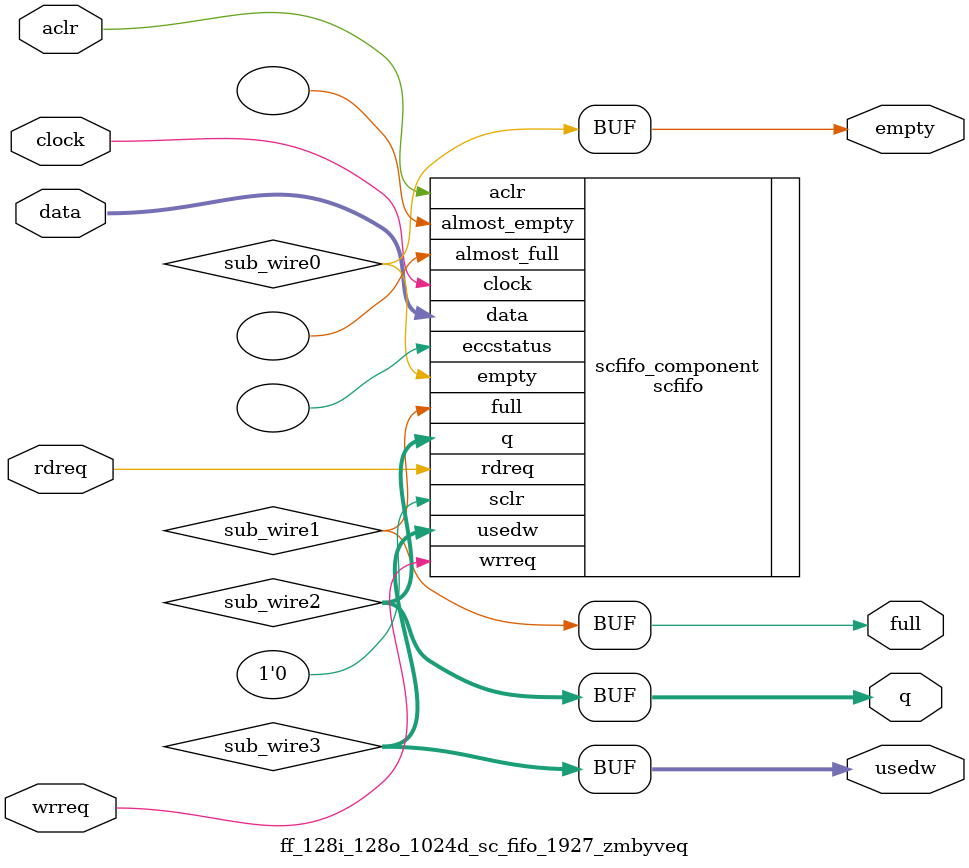
<source format=v>



`timescale 1 ps / 1 ps
// synopsys translate_on
module  ff_128i_128o_1024d_sc_fifo_1927_zmbyveq  (
    aclr,
    clock,
    data,
    rdreq,
    wrreq,
    empty,
    full,
    q,
    usedw);

    input    aclr;
    input    clock;
    input  [127:0]  data;
    input    rdreq;
    input    wrreq;
    output   empty;
    output   full;
    output [127:0]  q;
    output [9:0]  usedw;

    wire  sub_wire0;
    wire  sub_wire1;
    wire [127:0] sub_wire2;
    wire [9:0] sub_wire3;
    wire  empty = sub_wire0;
    wire  full = sub_wire1;
    wire [127:0] q = sub_wire2[127:0];
    wire [9:0] usedw = sub_wire3[9:0];

    scfifo  scfifo_component (
                .aclr (aclr),
                .clock (clock),
                .data (data),
                .rdreq (rdreq),
                .wrreq (wrreq),
                .empty (sub_wire0),
                .full (sub_wire1),
                .q (sub_wire2),
                .usedw (sub_wire3),
                .almost_empty (),
                .almost_full (),
                .eccstatus (),
                .sclr (1'b0));
    defparam
        scfifo_component.add_ram_output_register  = "ON",
        scfifo_component.enable_ecc  = "FALSE",
        scfifo_component.intended_device_family  = "Agilex 7",
        scfifo_component.lpm_numwords  = 1024,
        scfifo_component.lpm_showahead  = "OFF",
        scfifo_component.lpm_type  = "scfifo",
        scfifo_component.lpm_width  = 128,
        scfifo_component.lpm_widthu  = 10,
        scfifo_component.overflow_checking  = "ON",
        scfifo_component.underflow_checking  = "ON",
        scfifo_component.use_eab  = "ON";


endmodule



</source>
